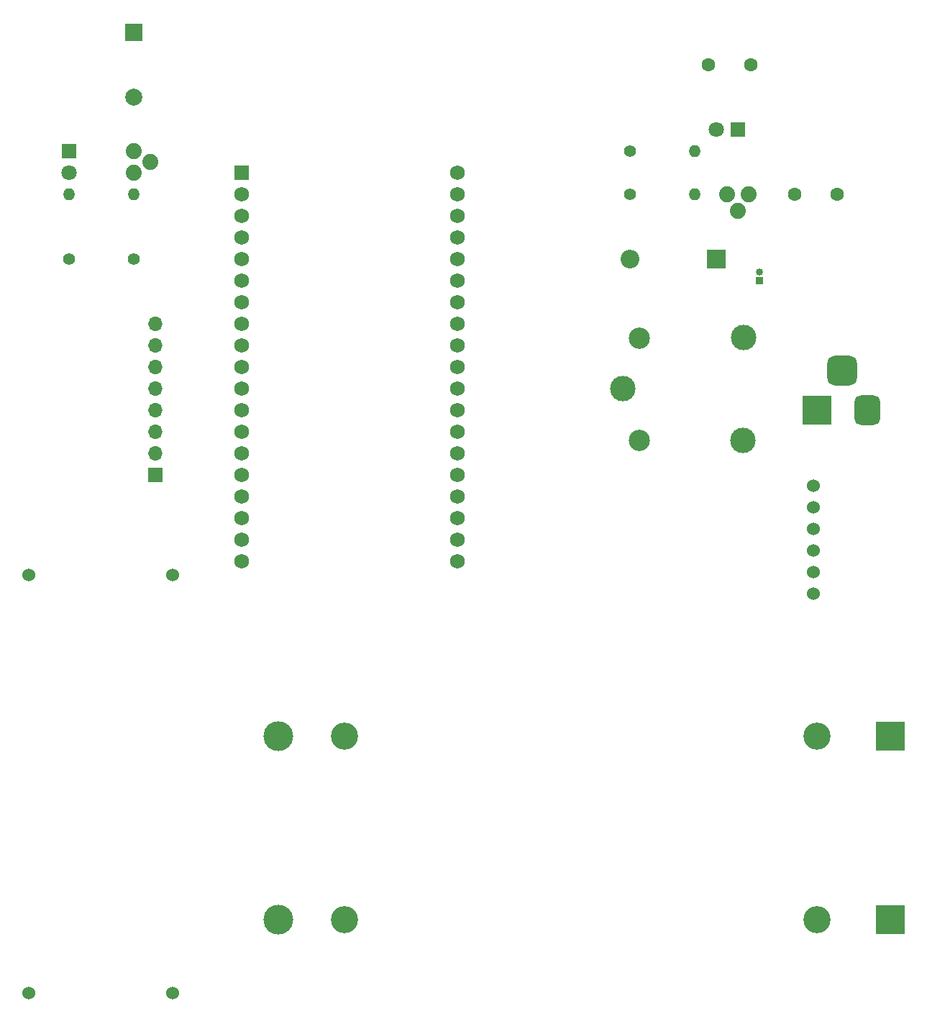
<source format=gbr>
%TF.GenerationSoftware,KiCad,Pcbnew,7.0.8*%
%TF.CreationDate,2023-11-30T20:23:53-05:00*%
%TF.ProjectId,Esquematica Proyecto,45737175-656d-4617-9469-63612050726f,rev?*%
%TF.SameCoordinates,Original*%
%TF.FileFunction,Soldermask,Top*%
%TF.FilePolarity,Negative*%
%FSLAX46Y46*%
G04 Gerber Fmt 4.6, Leading zero omitted, Abs format (unit mm)*
G04 Created by KiCad (PCBNEW 7.0.8) date 2023-11-30 20:23:53*
%MOMM*%
%LPD*%
G01*
G04 APERTURE LIST*
G04 Aperture macros list*
%AMRoundRect*
0 Rectangle with rounded corners*
0 $1 Rounding radius*
0 $2 $3 $4 $5 $6 $7 $8 $9 X,Y pos of 4 corners*
0 Add a 4 corners polygon primitive as box body*
4,1,4,$2,$3,$4,$5,$6,$7,$8,$9,$2,$3,0*
0 Add four circle primitives for the rounded corners*
1,1,$1+$1,$2,$3*
1,1,$1+$1,$4,$5*
1,1,$1+$1,$6,$7*
1,1,$1+$1,$8,$9*
0 Add four rect primitives between the rounded corners*
20,1,$1+$1,$2,$3,$4,$5,0*
20,1,$1+$1,$4,$5,$6,$7,0*
20,1,$1+$1,$6,$7,$8,$9,0*
20,1,$1+$1,$8,$9,$2,$3,0*%
G04 Aperture macros list end*
%ADD10R,1.700000X1.700000*%
%ADD11O,1.700000X1.700000*%
%ADD12C,1.400000*%
%ADD13O,1.400000X1.400000*%
%ADD14C,1.524000*%
%ADD15C,1.880400*%
%ADD16R,1.800000X1.800000*%
%ADD17C,1.800000*%
%ADD18C,3.000000*%
%ADD19C,2.500000*%
%ADD20C,1.600000*%
%ADD21R,2.000000X2.000000*%
%ADD22C,2.000000*%
%ADD23C,3.200000*%
%ADD24R,3.500000X3.500000*%
%ADD25C,3.500000*%
%ADD26RoundRect,0.102000X-0.765000X-0.765000X0.765000X-0.765000X0.765000X0.765000X-0.765000X0.765000X0*%
%ADD27C,1.734000*%
%ADD28RoundRect,0.750000X0.750000X1.000000X-0.750000X1.000000X-0.750000X-1.000000X0.750000X-1.000000X0*%
%ADD29RoundRect,0.875000X0.875000X0.875000X-0.875000X0.875000X-0.875000X-0.875000X0.875000X-0.875000X0*%
%ADD30R,2.200000X2.200000*%
%ADD31O,2.200000X2.200000*%
%ADD32R,0.850000X0.850000*%
%ADD33O,0.850000X0.850000*%
G04 APERTURE END LIST*
D10*
%TO.C,J2*%
X76200000Y-78730000D03*
D11*
X76200000Y-76190000D03*
X76200000Y-73650000D03*
X76200000Y-71110000D03*
X76200000Y-68570000D03*
X76200000Y-66030000D03*
X76200000Y-63490000D03*
X76200000Y-60950000D03*
%TD*%
D12*
%TO.C,R4*%
X73660000Y-53330000D03*
D13*
X73660000Y-45710000D03*
%TD*%
D14*
%TO.C,J3*%
X61240000Y-139690000D03*
X78240000Y-139690000D03*
X61240000Y-90530000D03*
X78240000Y-90530000D03*
%TD*%
D15*
%TO.C,Q2*%
X73660000Y-43170000D03*
X75565000Y-41900000D03*
X73660000Y-40630000D03*
%TD*%
D16*
%TO.C,D2*%
X144780000Y-38090000D03*
D17*
X142240000Y-38090000D03*
%TD*%
D15*
%TO.C,Q1*%
X143510000Y-45710000D03*
X144780000Y-47615000D03*
X146050000Y-45710000D03*
%TD*%
D18*
%TO.C,K1*%
X131200000Y-68570000D03*
D19*
X133150000Y-74620000D03*
D18*
X145350000Y-74620000D03*
X145400000Y-62570000D03*
D19*
X133150000Y-62620000D03*
%TD*%
D12*
%TO.C,R2*%
X132080000Y-40630000D03*
D13*
X139700000Y-40630000D03*
%TD*%
D20*
%TO.C,C2*%
X141280000Y-30470000D03*
X146280000Y-30470000D03*
%TD*%
D21*
%TO.C,BZ2*%
X73660000Y-26670000D03*
D22*
X73660000Y-34270000D03*
%TD*%
D16*
%TO.C,D3*%
X66040000Y-40630000D03*
D17*
X66040000Y-43170000D03*
%TD*%
D20*
%TO.C,C1*%
X151440000Y-45710000D03*
X156440000Y-45710000D03*
%TD*%
D23*
%TO.C,BT2*%
X154040000Y-131020000D03*
X98430000Y-131020000D03*
D24*
X162685000Y-131020000D03*
D25*
X90685000Y-131020000D03*
%TD*%
D12*
%TO.C,R1*%
X132080000Y-45710000D03*
D13*
X139700000Y-45710000D03*
%TD*%
D14*
%TO.C,U2*%
X153670000Y-92700000D03*
X153670000Y-90160000D03*
X153670000Y-87620000D03*
X153670000Y-85080000D03*
X153670000Y-82540000D03*
X153670000Y-80000000D03*
%TD*%
D26*
%TO.C,U1*%
X86360000Y-43180000D03*
D27*
X86360000Y-45720000D03*
X86360000Y-48260000D03*
X86360000Y-50800000D03*
X86360000Y-53340000D03*
X86360000Y-55880000D03*
X86360000Y-58420000D03*
X86360000Y-60960000D03*
X86360000Y-63500000D03*
X86360000Y-66040000D03*
X86360000Y-68580000D03*
X86360000Y-71120000D03*
X86360000Y-73660000D03*
X86360000Y-76200000D03*
X86360000Y-78740000D03*
X86360000Y-81280000D03*
X86360000Y-83820000D03*
X86360000Y-86360000D03*
X86360000Y-88900000D03*
X111760000Y-88900000D03*
X111760000Y-86360000D03*
X111760000Y-83820000D03*
X111760000Y-81280000D03*
X111760000Y-78740000D03*
X111760000Y-76200000D03*
X111760000Y-73660000D03*
X111760000Y-71120000D03*
X111760000Y-68580000D03*
X111760000Y-66040000D03*
X111760000Y-63500000D03*
X111760000Y-60960000D03*
X111760000Y-58420000D03*
X111760000Y-55880000D03*
X111760000Y-53340000D03*
X111760000Y-50800000D03*
X111760000Y-48260000D03*
X111760000Y-45720000D03*
X111760000Y-43180000D03*
%TD*%
D24*
%TO.C,J4*%
X154020000Y-71110000D03*
D28*
X160020000Y-71110000D03*
D29*
X157020000Y-66410000D03*
%TD*%
D30*
%TO.C,D1*%
X142240000Y-53330000D03*
D31*
X132080000Y-53330000D03*
%TD*%
D23*
%TO.C,BT3*%
X154040000Y-109470000D03*
X98430000Y-109470000D03*
D24*
X162685000Y-109470000D03*
D25*
X90685000Y-109470000D03*
%TD*%
D32*
%TO.C,J1*%
X147320000Y-55870000D03*
D33*
X147320000Y-54870000D03*
%TD*%
D12*
%TO.C,R3*%
X66040000Y-53330000D03*
D13*
X66040000Y-45710000D03*
%TD*%
M02*

</source>
